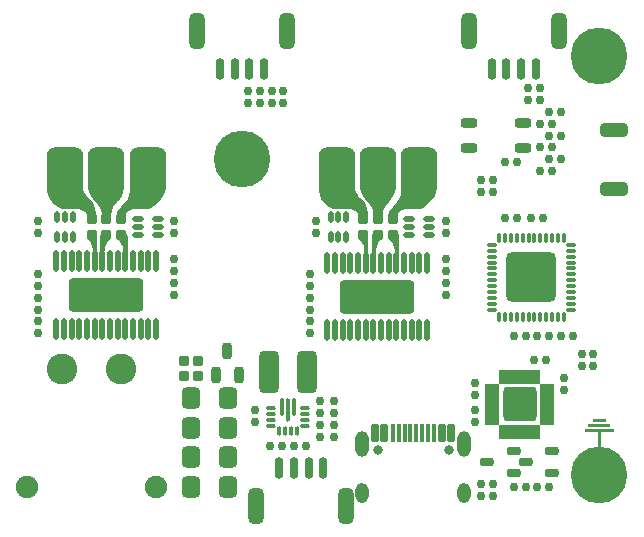
<source format=gts>
G04*
G04 #@! TF.GenerationSoftware,Altium Limited,Altium Designer,22.7.1 (60)*
G04*
G04 Layer_Color=8388736*
%FSLAX44Y44*%
%MOMM*%
G71*
G04*
G04 #@! TF.SameCoordinates,DE4C8CE6-A766-4DDB-9AE5-6163675FD0FB*
G04*
G04*
G04 #@! TF.FilePolarity,Negative*
G04*
G01*
G75*
G04:AMPARAMS|DCode=48|XSize=1.5866mm|YSize=1.8296mm|CornerRadius=0.422mm|HoleSize=0mm|Usage=FLASHONLY|Rotation=180.000|XOffset=0mm|YOffset=0mm|HoleType=Round|Shape=RoundedRectangle|*
%AMROUNDEDRECTD48*
21,1,1.5866,0.9855,0,0,180.0*
21,1,0.7425,1.8296,0,0,180.0*
1,1,0.8441,-0.3713,0.4927*
1,1,0.8441,0.3713,0.4927*
1,1,0.8441,0.3713,-0.4927*
1,1,0.8441,-0.3713,-0.4927*
%
%ADD48ROUNDEDRECTD48*%
G04:AMPARAMS|DCode=49|XSize=0.4445mm|YSize=1.8339mm|CornerRadius=0.1365mm|HoleSize=0mm|Usage=FLASHONLY|Rotation=180.000|XOffset=0mm|YOffset=0mm|HoleType=Round|Shape=RoundedRectangle|*
%AMROUNDEDRECTD49*
21,1,0.4445,1.5608,0,0,180.0*
21,1,0.1715,1.8339,0,0,180.0*
1,1,0.2731,-0.0857,0.7804*
1,1,0.2731,0.0857,0.7804*
1,1,0.2731,0.0857,-0.7804*
1,1,0.2731,-0.0857,-0.7804*
%
%ADD49ROUNDEDRECTD49*%
G04:AMPARAMS|DCode=50|XSize=6.3017mm|YSize=2.8524mm|CornerRadius=0.3259mm|HoleSize=0mm|Usage=FLASHONLY|Rotation=180.000|XOffset=0mm|YOffset=0mm|HoleType=Round|Shape=RoundedRectangle|*
%AMROUNDEDRECTD50*
21,1,6.3017,2.2007,0,0,180.0*
21,1,5.6500,2.8524,0,0,180.0*
1,1,0.6518,-2.8250,1.1003*
1,1,0.6518,2.8250,1.1003*
1,1,0.6518,2.8250,-1.1003*
1,1,0.6518,-2.8250,-1.1003*
%
%ADD50ROUNDEDRECTD50*%
G04:AMPARAMS|DCode=51|XSize=0.6604mm|YSize=0.6604mm|CornerRadius=0.2032mm|HoleSize=0mm|Usage=FLASHONLY|Rotation=90.000|XOffset=0mm|YOffset=0mm|HoleType=Round|Shape=RoundedRectangle|*
%AMROUNDEDRECTD51*
21,1,0.6604,0.2540,0,0,90.0*
21,1,0.2540,0.6604,0,0,90.0*
1,1,0.4064,0.1270,0.1270*
1,1,0.4064,0.1270,-0.1270*
1,1,0.4064,-0.1270,-0.1270*
1,1,0.4064,-0.1270,0.1270*
%
%ADD51ROUNDEDRECTD51*%
G04:AMPARAMS|DCode=52|XSize=0.6604mm|YSize=0.6604mm|CornerRadius=0.2032mm|HoleSize=0mm|Usage=FLASHONLY|Rotation=0.000|XOffset=0mm|YOffset=0mm|HoleType=Round|Shape=RoundedRectangle|*
%AMROUNDEDRECTD52*
21,1,0.6604,0.2540,0,0,0.0*
21,1,0.2540,0.6604,0,0,0.0*
1,1,0.4064,0.1270,-0.1270*
1,1,0.4064,-0.1270,-0.1270*
1,1,0.4064,-0.1270,0.1270*
1,1,0.4064,0.1270,0.1270*
%
%ADD52ROUNDEDRECTD52*%
G04:AMPARAMS|DCode=53|XSize=0.5588mm|YSize=1.2192mm|CornerRadius=0.2032mm|HoleSize=0mm|Usage=FLASHONLY|Rotation=90.000|XOffset=0mm|YOffset=0mm|HoleType=Round|Shape=RoundedRectangle|*
%AMROUNDEDRECTD53*
21,1,0.5588,0.8128,0,0,90.0*
21,1,0.1524,1.2192,0,0,90.0*
1,1,0.4064,0.4064,0.0762*
1,1,0.4064,0.4064,-0.0762*
1,1,0.4064,-0.4064,-0.0762*
1,1,0.4064,-0.4064,0.0762*
%
%ADD53ROUNDEDRECTD53*%
G04:AMPARAMS|DCode=54|XSize=0.5588mm|YSize=1.2192mm|CornerRadius=0.2032mm|HoleSize=0mm|Usage=FLASHONLY|Rotation=0.000|XOffset=0mm|YOffset=0mm|HoleType=Round|Shape=RoundedRectangle|*
%AMROUNDEDRECTD54*
21,1,0.5588,0.8128,0,0,0.0*
21,1,0.1524,1.2192,0,0,0.0*
1,1,0.4064,0.0762,-0.4064*
1,1,0.4064,-0.0762,-0.4064*
1,1,0.4064,-0.0762,0.4064*
1,1,0.4064,0.0762,0.4064*
%
%ADD54ROUNDEDRECTD54*%
G04:AMPARAMS|DCode=55|XSize=2.8524mm|YSize=2.9524mm|CornerRadius=0.4137mm|HoleSize=0mm|Usage=FLASHONLY|Rotation=180.000|XOffset=0mm|YOffset=0mm|HoleType=Round|Shape=RoundedRectangle|*
%AMROUNDEDRECTD55*
21,1,2.8524,2.1250,0,0,180.0*
21,1,2.0250,2.9524,0,0,180.0*
1,1,0.8274,-1.0125,1.0625*
1,1,0.8274,1.0125,1.0625*
1,1,0.8274,1.0125,-1.0625*
1,1,0.8274,-1.0125,-1.0625*
%
%ADD55ROUNDEDRECTD55*%
G04:AMPARAMS|DCode=56|XSize=0.4616mm|YSize=1.0016mm|CornerRadius=0.1408mm|HoleSize=0mm|Usage=FLASHONLY|Rotation=90.000|XOffset=0mm|YOffset=0mm|HoleType=Round|Shape=RoundedRectangle|*
%AMROUNDEDRECTD56*
21,1,0.4616,0.7200,0,0,90.0*
21,1,0.1800,1.0016,0,0,90.0*
1,1,0.2816,0.3600,0.0900*
1,1,0.2816,0.3600,-0.0900*
1,1,0.2816,-0.3600,-0.0900*
1,1,0.2816,-0.3600,0.0900*
%
%ADD56ROUNDEDRECTD56*%
G04:AMPARAMS|DCode=57|XSize=0.701mm|YSize=1.5519mm|CornerRadius=0.2007mm|HoleSize=0mm|Usage=FLASHONLY|Rotation=0.000|XOffset=0mm|YOffset=0mm|HoleType=Round|Shape=RoundedRectangle|*
%AMROUNDEDRECTD57*
21,1,0.7010,1.1506,0,0,0.0*
21,1,0.2997,1.5519,0,0,0.0*
1,1,0.4013,0.1499,-0.5753*
1,1,0.4013,-0.1499,-0.5753*
1,1,0.4013,-0.1499,0.5753*
1,1,0.4013,0.1499,0.5753*
%
%ADD57ROUNDEDRECTD57*%
G04:AMPARAMS|DCode=58|XSize=0.4013mm|YSize=1.5519mm|CornerRadius=0.1257mm|HoleSize=0mm|Usage=FLASHONLY|Rotation=0.000|XOffset=0mm|YOffset=0mm|HoleType=Round|Shape=RoundedRectangle|*
%AMROUNDEDRECTD58*
21,1,0.4013,1.3005,0,0,0.0*
21,1,0.1499,1.5519,0,0,0.0*
1,1,0.2515,0.0749,-0.6502*
1,1,0.2515,-0.0749,-0.6502*
1,1,0.2515,-0.0749,0.6502*
1,1,0.2515,0.0749,0.6502*
%
%ADD58ROUNDEDRECTD58*%
G04:AMPARAMS|DCode=59|XSize=0.8016mm|YSize=1.4016mm|CornerRadius=0.2258mm|HoleSize=0mm|Usage=FLASHONLY|Rotation=270.000|XOffset=0mm|YOffset=0mm|HoleType=Round|Shape=RoundedRectangle|*
%AMROUNDEDRECTD59*
21,1,0.8016,0.9500,0,0,270.0*
21,1,0.3500,1.4016,0,0,270.0*
1,1,0.4516,-0.4750,-0.1750*
1,1,0.4516,-0.4750,0.1750*
1,1,0.4516,0.4750,0.1750*
1,1,0.4516,0.4750,-0.1750*
%
%ADD59ROUNDEDRECTD59*%
G04:AMPARAMS|DCode=60|XSize=1.4016mm|YSize=3.1016mm|CornerRadius=0.5708mm|HoleSize=0mm|Usage=FLASHONLY|Rotation=0.000|XOffset=0mm|YOffset=0mm|HoleType=Round|Shape=RoundedRectangle|*
%AMROUNDEDRECTD60*
21,1,1.4016,1.9600,0,0,0.0*
21,1,0.2600,3.1016,0,0,0.0*
1,1,1.1416,0.1300,-0.9800*
1,1,1.1416,-0.1300,-0.9800*
1,1,1.1416,-0.1300,0.9800*
1,1,1.1416,0.1300,0.9800*
%
%ADD60ROUNDEDRECTD60*%
G04:AMPARAMS|DCode=61|XSize=0.7016mm|YSize=1.8016mm|CornerRadius=0.2908mm|HoleSize=0mm|Usage=FLASHONLY|Rotation=180.000|XOffset=0mm|YOffset=0mm|HoleType=Round|Shape=RoundedRectangle|*
%AMROUNDEDRECTD61*
21,1,0.7016,1.2200,0,0,180.0*
21,1,0.1200,1.8016,0,0,180.0*
1,1,0.5816,-0.0600,0.6100*
1,1,0.5816,0.0600,0.6100*
1,1,0.5816,0.0600,-0.6100*
1,1,0.5816,-0.0600,-0.6100*
%
%ADD61ROUNDEDRECTD61*%
G04:AMPARAMS|DCode=62|XSize=1.4016mm|YSize=0.8016mm|CornerRadius=0.2258mm|HoleSize=0mm|Usage=FLASHONLY|Rotation=270.000|XOffset=0mm|YOffset=0mm|HoleType=Round|Shape=RoundedRectangle|*
%AMROUNDEDRECTD62*
21,1,1.4016,0.3500,0,0,270.0*
21,1,0.9500,0.8016,0,0,270.0*
1,1,0.4516,-0.1750,-0.4750*
1,1,0.4516,-0.1750,0.4750*
1,1,0.4516,0.1750,0.4750*
1,1,0.4516,0.1750,-0.4750*
%
%ADD62ROUNDEDRECTD62*%
G04:AMPARAMS|DCode=63|XSize=0.9144mm|YSize=0.9144mm|CornerRadius=0.2667mm|HoleSize=0mm|Usage=FLASHONLY|Rotation=90.000|XOffset=0mm|YOffset=0mm|HoleType=Round|Shape=RoundedRectangle|*
%AMROUNDEDRECTD63*
21,1,0.9144,0.3810,0,0,90.0*
21,1,0.3810,0.9144,0,0,90.0*
1,1,0.5334,0.1905,0.1905*
1,1,0.5334,0.1905,-0.1905*
1,1,0.5334,-0.1905,-0.1905*
1,1,0.5334,-0.1905,0.1905*
%
%ADD63ROUNDEDRECTD63*%
G04:AMPARAMS|DCode=64|XSize=0.3516mm|YSize=0.8016mm|CornerRadius=0.1133mm|HoleSize=0mm|Usage=FLASHONLY|Rotation=90.000|XOffset=0mm|YOffset=0mm|HoleType=Round|Shape=RoundedRectangle|*
%AMROUNDEDRECTD64*
21,1,0.3516,0.5750,0,0,90.0*
21,1,0.1250,0.8016,0,0,90.0*
1,1,0.2266,0.2875,0.0625*
1,1,0.2266,0.2875,-0.0625*
1,1,0.2266,-0.2875,-0.0625*
1,1,0.2266,-0.2875,0.0625*
%
%ADD64ROUNDEDRECTD64*%
G04:AMPARAMS|DCode=65|XSize=0.3516mm|YSize=1.5516mm|CornerRadius=0.1133mm|HoleSize=0mm|Usage=FLASHONLY|Rotation=0.000|XOffset=0mm|YOffset=0mm|HoleType=Round|Shape=RoundedRectangle|*
%AMROUNDEDRECTD65*
21,1,0.3516,1.3250,0,0,0.0*
21,1,0.1250,1.5516,0,0,0.0*
1,1,0.2266,0.0625,-0.6625*
1,1,0.2266,-0.0625,-0.6625*
1,1,0.2266,-0.0625,0.6625*
1,1,0.2266,0.0625,0.6625*
%
%ADD65ROUNDEDRECTD65*%
G04:AMPARAMS|DCode=66|XSize=0.3516mm|YSize=1.9516mm|CornerRadius=0.1133mm|HoleSize=0mm|Usage=FLASHONLY|Rotation=0.000|XOffset=0mm|YOffset=0mm|HoleType=Round|Shape=RoundedRectangle|*
%AMROUNDEDRECTD66*
21,1,0.3516,1.7250,0,0,0.0*
21,1,0.1250,1.9516,0,0,0.0*
1,1,0.2266,0.0625,-0.8625*
1,1,0.2266,-0.0625,-0.8625*
1,1,0.2266,-0.0625,0.8625*
1,1,0.2266,0.0625,0.8625*
%
%ADD66ROUNDEDRECTD66*%
G04:AMPARAMS|DCode=67|XSize=0.3516mm|YSize=0.8016mm|CornerRadius=0.1133mm|HoleSize=0mm|Usage=FLASHONLY|Rotation=180.000|XOffset=0mm|YOffset=0mm|HoleType=Round|Shape=RoundedRectangle|*
%AMROUNDEDRECTD67*
21,1,0.3516,0.5750,0,0,180.0*
21,1,0.1250,0.8016,0,0,180.0*
1,1,0.2266,-0.0625,0.2875*
1,1,0.2266,0.0625,0.2875*
1,1,0.2266,0.0625,-0.2875*
1,1,0.2266,-0.0625,-0.2875*
%
%ADD67ROUNDEDRECTD67*%
G04:AMPARAMS|DCode=68|XSize=1.7016mm|YSize=3.6016mm|CornerRadius=0.4508mm|HoleSize=0mm|Usage=FLASHONLY|Rotation=0.000|XOffset=0mm|YOffset=0mm|HoleType=Round|Shape=RoundedRectangle|*
%AMROUNDEDRECTD68*
21,1,1.7016,2.7000,0,0,0.0*
21,1,0.8000,3.6016,0,0,0.0*
1,1,0.9016,0.4000,-1.3500*
1,1,0.9016,-0.4000,-1.3500*
1,1,0.9016,-0.4000,1.3500*
1,1,0.9016,0.4000,1.3500*
%
%ADD68ROUNDEDRECTD68*%
G04:AMPARAMS|DCode=69|XSize=0.7524mm|YSize=1.1524mm|CornerRadius=0.2262mm|HoleSize=0mm|Usage=FLASHONLY|Rotation=270.000|XOffset=0mm|YOffset=0mm|HoleType=Round|Shape=RoundedRectangle|*
%AMROUNDEDRECTD69*
21,1,0.7524,0.7000,0,0,270.0*
21,1,0.3000,1.1524,0,0,270.0*
1,1,0.4524,-0.3500,-0.1500*
1,1,0.4524,-0.3500,0.1500*
1,1,0.4524,0.3500,0.1500*
1,1,0.4524,0.3500,-0.1500*
%
%ADD69ROUNDEDRECTD69*%
G04:AMPARAMS|DCode=70|XSize=0.8274mm|YSize=0.4024mm|CornerRadius=0.1387mm|HoleSize=0mm|Usage=FLASHONLY|Rotation=270.000|XOffset=0mm|YOffset=0mm|HoleType=Round|Shape=RoundedRectangle|*
%AMROUNDEDRECTD70*
21,1,0.8274,0.1250,0,0,270.0*
21,1,0.5500,0.4024,0,0,270.0*
1,1,0.2774,-0.0625,-0.2750*
1,1,0.2774,-0.0625,0.2750*
1,1,0.2774,0.0625,0.2750*
1,1,0.2774,0.0625,-0.2750*
%
%ADD70ROUNDEDRECTD70*%
G04:AMPARAMS|DCode=71|XSize=0.4616mm|YSize=1.0016mm|CornerRadius=0.1408mm|HoleSize=0mm|Usage=FLASHONLY|Rotation=0.000|XOffset=0mm|YOffset=0mm|HoleType=Round|Shape=RoundedRectangle|*
%AMROUNDEDRECTD71*
21,1,0.4616,0.7200,0,0,0.0*
21,1,0.1800,1.0016,0,0,0.0*
1,1,0.2816,0.0900,-0.3600*
1,1,0.2816,-0.0900,-0.3600*
1,1,0.2816,-0.0900,0.3600*
1,1,0.2816,0.0900,0.3600*
%
%ADD71ROUNDEDRECTD71*%
G04:AMPARAMS|DCode=72|XSize=1.1176mm|YSize=2.3012mm|CornerRadius=0.2032mm|HoleSize=0mm|Usage=FLASHONLY|Rotation=90.000|XOffset=0mm|YOffset=0mm|HoleType=Round|Shape=RoundedRectangle|*
%AMROUNDEDRECTD72*
21,1,1.1176,1.8948,0,0,90.0*
21,1,0.7112,2.3012,0,0,90.0*
1,1,0.4064,0.9474,0.3556*
1,1,0.4064,0.9474,-0.3556*
1,1,0.4064,-0.9474,-0.3556*
1,1,0.4064,-0.9474,0.3556*
%
%ADD72ROUNDEDRECTD72*%
G04:AMPARAMS|DCode=73|XSize=3.1mm|YSize=4.1mm|CornerRadius=0.8mm|HoleSize=0mm|Usage=FLASHONLY|Rotation=180.000|XOffset=0mm|YOffset=0mm|HoleType=Round|Shape=RoundedRectangle|*
%AMROUNDEDRECTD73*
21,1,3.1000,2.5000,0,0,180.0*
21,1,1.5000,4.1000,0,0,180.0*
1,1,1.6000,-0.7500,1.2500*
1,1,1.6000,0.7500,1.2500*
1,1,1.6000,0.7500,-1.2500*
1,1,1.6000,-0.7500,-1.2500*
%
%ADD73ROUNDEDRECTD73*%
G04:AMPARAMS|DCode=74|XSize=4.2164mm|YSize=4.2164mm|CornerRadius=0.4826mm|HoleSize=0mm|Usage=FLASHONLY|Rotation=270.000|XOffset=0mm|YOffset=0mm|HoleType=Round|Shape=RoundedRectangle|*
%AMROUNDEDRECTD74*
21,1,4.2164,3.2512,0,0,270.0*
21,1,3.2512,4.2164,0,0,270.0*
1,1,0.9652,-1.6256,-1.6256*
1,1,0.9652,-1.6256,1.6256*
1,1,0.9652,1.6256,1.6256*
1,1,0.9652,1.6256,-1.6256*
%
%ADD74ROUNDEDRECTD74*%
G04:AMPARAMS|DCode=75|XSize=0.8274mm|YSize=0.4024mm|CornerRadius=0.1387mm|HoleSize=0mm|Usage=FLASHONLY|Rotation=0.000|XOffset=0mm|YOffset=0mm|HoleType=Round|Shape=RoundedRectangle|*
%AMROUNDEDRECTD75*
21,1,0.8274,0.1250,0,0,0.0*
21,1,0.5500,0.4024,0,0,0.0*
1,1,0.2774,0.2750,-0.0625*
1,1,0.2774,-0.2750,-0.0625*
1,1,0.2774,-0.2750,0.0625*
1,1,0.2774,0.2750,0.0625*
%
%ADD75ROUNDEDRECTD75*%
%ADD76C,4.8000*%
%ADD77C,0.8000*%
%ADD78O,1.1024X1.7018*%
%ADD79O,1.1024X2.2022*%
%ADD80C,1.9016*%
%ADD81C,2.6016*%
%ADD82C,0.8032*%
G36*
X104999Y272068D02*
X104999Y270387D01*
X104343Y267090D01*
X103056Y263984D01*
X101189Y261189D01*
X100000Y260000D01*
X100000D01*
X100000Y260000D01*
X99398Y259398D01*
X99122Y259094D01*
X98140Y258010D01*
X96062Y254900D01*
X94631Y251444D01*
X93901Y247776D01*
X93809Y245906D01*
X93809Y245906D01*
X93809Y245906D01*
Y242096D01*
X86189D01*
X86189Y248594D01*
X86129Y249828D01*
X85647Y252250D01*
X84702Y254531D01*
X83330Y256584D01*
X82500Y257500D01*
X82500Y257500D01*
X80301Y259699D01*
X79040Y260960D01*
X77059Y263925D01*
X75694Y267219D01*
X74999Y270717D01*
Y272500D01*
Y297500D01*
X104999D01*
X104999Y272068D01*
D02*
G37*
G36*
X140000Y272500D02*
Y270717D01*
X139304Y267218D01*
X137939Y263923D01*
X135958Y260958D01*
X134697Y259697D01*
Y259697D01*
X134697Y259697D01*
X130195Y255195D01*
X128218Y253874D01*
X126021Y252964D01*
X123689Y252500D01*
X112280D01*
X111789Y252476D01*
X110825Y252284D01*
X109917Y251908D01*
X109100Y251362D01*
X108736Y251032D01*
X108736Y251032D01*
X108218Y250514D01*
X107788Y250040D01*
X107079Y248978D01*
X106590Y247798D01*
X106341Y246545D01*
X106309Y245906D01*
Y242096D01*
X98689D01*
Y247162D01*
X99179Y249626D01*
X100141Y251948D01*
X101537Y254037D01*
X102425Y254925D01*
X102425Y254925D01*
X102425Y254925D01*
X105000Y257500D01*
X106125Y258741D01*
X107984Y261524D01*
X109265Y264615D01*
X109918Y267898D01*
X110000Y269571D01*
X110000Y269571D01*
X110000Y270744D01*
Y297500D01*
X140000D01*
Y272500D01*
D02*
G37*
G36*
X70000Y272500D02*
X70058Y271317D01*
X70520Y268996D01*
X71425Y266810D01*
X72707Y264891D01*
X72740Y264842D01*
X73536Y263964D01*
X73536Y263964D01*
X75000Y262500D01*
X76500Y261000D01*
X78858Y257472D01*
X80481Y253551D01*
X81309Y249390D01*
Y241908D01*
X81236Y241540D01*
X81092Y241193D01*
X80884Y240881D01*
X80751Y240749D01*
X80619Y240616D01*
X80307Y240408D01*
X79960Y240264D01*
X79592Y240191D01*
X75407D01*
X75295Y240213D01*
X74247Y240749D01*
X73689Y245906D01*
Y247129D01*
X73670Y247527D01*
X73514Y248308D01*
X73210Y249043D01*
X72768Y249705D01*
X72500Y250000D01*
X71879Y250562D01*
X70488Y251492D01*
X68942Y252132D01*
X67301Y252459D01*
X66465Y252500D01*
X55390D01*
X52092Y253156D01*
X48985Y254443D01*
X46189Y256311D01*
X45000Y257500D01*
X43811Y258689D01*
X41943Y261485D01*
X40656Y264592D01*
X40000Y267889D01*
Y269571D01*
Y297500D01*
X70000D01*
Y272500D01*
D02*
G37*
G36*
X106279Y233725D02*
X107108Y232484D01*
X107679Y231105D01*
X107971Y229641D01*
Y200847D01*
X104542D01*
Y216455D01*
X104472Y217875D01*
X103918Y220660D01*
X102831Y223283D01*
X101254Y225643D01*
X100300Y226696D01*
X99247Y227749D01*
X99114Y227881D01*
X98906Y228193D01*
X98762Y228540D01*
X98689Y228908D01*
Y232906D01*
X98815Y233044D01*
X99022Y233355D01*
X99165Y233700D01*
X99165Y233700D01*
X99238Y234066D01*
X99247Y234253D01*
X99247Y234253D01*
X105751D01*
X106279Y233725D01*
D02*
G37*
G36*
X93384Y234120D02*
X93592Y233808D01*
X93736Y233461D01*
X93809Y233093D01*
Y232906D01*
Y229096D01*
Y228908D01*
X93736Y228540D01*
X93592Y228193D01*
X93384Y227881D01*
X93251Y227749D01*
X93063Y227561D01*
X93063Y227561D01*
X92028Y226419D01*
X90318Y223859D01*
X89140Y221014D01*
X88539Y217995D01*
X88463Y216455D01*
Y200847D01*
X85034D01*
Y230118D01*
Y230694D01*
X85259Y231823D01*
X85700Y232888D01*
X86340Y233846D01*
X86747Y234253D01*
X93251D01*
X93384Y234120D01*
D02*
G37*
G36*
X79960Y234738D02*
X80307Y234594D01*
X80618Y234386D01*
X80751Y234253D01*
X81039Y233965D01*
X81491Y233289D01*
X81802Y232537D01*
X81961Y231739D01*
Y231332D01*
Y200847D01*
X78532D01*
Y217404D01*
X78461Y218838D01*
X77902Y221651D01*
X76804Y224300D01*
X75211Y226685D01*
X74247Y227749D01*
X74247Y234253D01*
X74247D01*
X74380Y234386D01*
X74692Y234594D01*
X75038Y234738D01*
X75406Y234811D01*
X79592D01*
X79960Y234738D01*
D02*
G37*
G36*
X334999Y272068D02*
X334999Y270387D01*
X334343Y267090D01*
X333056Y263984D01*
X331189Y261189D01*
X330000Y260000D01*
X330000D01*
X330000Y260000D01*
X329398Y259398D01*
X329122Y259094D01*
X328140Y258010D01*
X326062Y254900D01*
X324631Y251444D01*
X323901Y247776D01*
X323809Y245906D01*
X323809Y245906D01*
X323809Y245906D01*
Y242096D01*
X316189D01*
X316189Y248594D01*
X316129Y249828D01*
X315647Y252250D01*
X314702Y254531D01*
X313330Y256584D01*
X312500Y257500D01*
X312500Y257500D01*
X310301Y259699D01*
X309040Y260960D01*
X307059Y263925D01*
X305694Y267219D01*
X304999Y270717D01*
Y272500D01*
Y297500D01*
X334999D01*
X334999Y272068D01*
D02*
G37*
G36*
X370000Y272500D02*
Y270717D01*
X369304Y267218D01*
X367939Y263923D01*
X365958Y260958D01*
X364697Y259697D01*
Y259697D01*
X364697Y259697D01*
X360195Y255195D01*
X358218Y253874D01*
X356021Y252964D01*
X353689Y252500D01*
X342280D01*
X341788Y252476D01*
X340825Y252284D01*
X339917Y251908D01*
X339100Y251362D01*
X338736Y251032D01*
X338736Y251032D01*
X338218Y250514D01*
X337789Y250040D01*
X337079Y248978D01*
X336590Y247798D01*
X336341Y246545D01*
X336309Y245906D01*
Y242096D01*
X328689D01*
Y247162D01*
X329179Y249626D01*
X330141Y251948D01*
X331537Y254037D01*
X332425Y254925D01*
X332425Y254925D01*
X332425Y254925D01*
X335000Y257500D01*
X336125Y258741D01*
X337984Y261524D01*
X339265Y264615D01*
X339918Y267898D01*
X340000Y269571D01*
X340000Y269571D01*
X340000Y270744D01*
Y297500D01*
X370000D01*
Y272500D01*
D02*
G37*
G36*
X300000Y272500D02*
X300058Y271317D01*
X300520Y268996D01*
X301425Y266810D01*
X302707Y264891D01*
X302740Y264842D01*
X303536Y263964D01*
X303536Y263964D01*
X305000Y262500D01*
X306500Y261000D01*
X308858Y257472D01*
X310481Y253551D01*
X311309Y249390D01*
Y241908D01*
X311236Y241540D01*
X311092Y241193D01*
X310884Y240881D01*
X310751Y240749D01*
X310619Y240616D01*
X310307Y240408D01*
X309960Y240264D01*
X309592Y240191D01*
X305407D01*
X305295Y240213D01*
X304247Y240749D01*
X303689Y245906D01*
Y247129D01*
X303670Y247527D01*
X303514Y248308D01*
X303210Y249043D01*
X302768Y249705D01*
X302500Y250000D01*
X301879Y250562D01*
X300488Y251492D01*
X298942Y252132D01*
X297301Y252459D01*
X296465Y252500D01*
X285390D01*
X282092Y253156D01*
X278985Y254443D01*
X276189Y256311D01*
X275000Y257500D01*
X273811Y258689D01*
X271943Y261485D01*
X270656Y264592D01*
X270000Y267889D01*
Y269571D01*
Y297500D01*
X300000D01*
Y272500D01*
D02*
G37*
G36*
X336281Y233724D02*
X337110Y232482D01*
X337681Y231103D01*
X337972Y229640D01*
Y200845D01*
X334543D01*
Y216454D01*
X334473Y217873D01*
X333919Y220658D01*
X332833Y223281D01*
X331256Y225642D01*
X330301Y226695D01*
X329249Y227747D01*
X329116Y227880D01*
X328908Y228192D01*
X328764Y228538D01*
X328691Y228906D01*
Y232904D01*
X328816Y233043D01*
X329024Y233353D01*
X329167Y233698D01*
X329167Y233699D01*
X329240Y234064D01*
X329249Y234251D01*
X329249Y234251D01*
X335753D01*
X336281Y233724D01*
D02*
G37*
G36*
X323386Y234118D02*
X323594Y233806D01*
X323738Y233460D01*
X323811Y233092D01*
Y232904D01*
Y229094D01*
Y228906D01*
X323738Y228538D01*
X323594Y228192D01*
X323386Y227880D01*
X323253Y227747D01*
X323065Y227559D01*
X323065Y227559D01*
X322030Y226417D01*
X320319Y223857D01*
X319141Y221013D01*
X318541Y217993D01*
X318465Y216454D01*
Y200845D01*
X315036D01*
Y230116D01*
Y230692D01*
X315261Y231822D01*
X315702Y232886D01*
X316341Y233844D01*
X316749Y234251D01*
X323253D01*
X323386Y234118D01*
D02*
G37*
G36*
X309961Y234736D02*
X310308Y234592D01*
X310620Y234384D01*
X310753Y234251D01*
X311040Y233964D01*
X311493Y233287D01*
X311804Y232535D01*
X311963Y231737D01*
Y231331D01*
Y200845D01*
X308533D01*
Y217403D01*
X308463Y218837D01*
X307904Y221649D01*
X306806Y224299D01*
X305213Y226683D01*
X304249Y227747D01*
X304249Y234251D01*
X304249D01*
X304381Y234384D01*
X304693Y234592D01*
X305040Y234736D01*
X305408Y234809D01*
X309593D01*
X309961Y234736D01*
D02*
G37*
G36*
X512708Y72569D02*
X502292D01*
Y75000D01*
X512708D01*
Y72569D01*
D02*
G37*
G36*
X516805Y68125D02*
X498195D01*
Y70556D01*
X516805D01*
Y68125D01*
D02*
G37*
G36*
X520000Y63820D02*
X508715D01*
Y49410D01*
X506285D01*
Y63820D01*
X495000D01*
Y66250D01*
X520000D01*
Y63820D01*
D02*
G37*
D48*
X161574Y17500D02*
D03*
X193426D02*
D03*
Y67500D02*
D03*
X161574D02*
D03*
Y42500D02*
D03*
X193426D02*
D03*
Y92500D02*
D03*
X161574D02*
D03*
D49*
X361502Y207302D02*
D03*
X355000D02*
D03*
X348523Y207302D02*
D03*
X342021Y207302D02*
D03*
X335518D02*
D03*
X329016Y207302D02*
D03*
X322513Y207302D02*
D03*
X316011D02*
D03*
X309509Y207302D02*
D03*
X303006Y207302D02*
D03*
X296504D02*
D03*
X290001Y207302D02*
D03*
X283499Y207302D02*
D03*
X277022D02*
D03*
X361502Y150000D02*
D03*
X355000D02*
D03*
X348523Y150000D02*
D03*
X342021Y150000D02*
D03*
X335518D02*
D03*
X329016Y150000D02*
D03*
X322513Y150000D02*
D03*
X316011D02*
D03*
X309509Y150000D02*
D03*
X303006Y150000D02*
D03*
X296504D02*
D03*
X290001Y150000D02*
D03*
X283499Y150000D02*
D03*
X277022D02*
D03*
X47760Y151349D02*
D03*
X54237D02*
D03*
X60739Y151349D02*
D03*
X67242Y151349D02*
D03*
X73744D02*
D03*
X80246Y151349D02*
D03*
X86749Y151349D02*
D03*
X93251D02*
D03*
X99754Y151349D02*
D03*
X106256Y151349D02*
D03*
X112758D02*
D03*
X119261Y151349D02*
D03*
X125738Y151349D02*
D03*
X132240D02*
D03*
X47760Y208651D02*
D03*
X54237D02*
D03*
X60739Y208651D02*
D03*
X67242Y208651D02*
D03*
X73744D02*
D03*
X80246Y208651D02*
D03*
X86749Y208651D02*
D03*
X93251D02*
D03*
X99754Y208651D02*
D03*
X106256Y208651D02*
D03*
X112758D02*
D03*
X119261Y208651D02*
D03*
X125738Y208651D02*
D03*
X132240D02*
D03*
D50*
X319262Y178651D02*
D03*
X90000Y180000D02*
D03*
D51*
X427420Y292500D02*
D03*
X437580D02*
D03*
X238830Y52378D02*
D03*
X228670D02*
D03*
X258830D02*
D03*
X248670D02*
D03*
X462580Y125000D02*
D03*
X452420D02*
D03*
X437580Y245000D02*
D03*
X427420D02*
D03*
X465080Y17500D02*
D03*
X454920D02*
D03*
X434920D02*
D03*
X445080D02*
D03*
X467580Y305000D02*
D03*
X457420D02*
D03*
X464920Y315000D02*
D03*
X475080D02*
D03*
X460080Y245000D02*
D03*
X457580Y355000D02*
D03*
X457420Y285000D02*
D03*
X457580Y345000D02*
D03*
X457420Y325000D02*
D03*
X434920Y145000D02*
D03*
X467580Y325000D02*
D03*
X475080Y335000D02*
D03*
X464920D02*
D03*
X467580Y285000D02*
D03*
X445080Y145000D02*
D03*
X475080Y295000D02*
D03*
X464920D02*
D03*
X485080Y145000D02*
D03*
X474920D02*
D03*
X447420Y345000D02*
D03*
Y355000D02*
D03*
X454920Y145000D02*
D03*
X465080D02*
D03*
X449920Y245000D02*
D03*
D52*
X407500Y277580D02*
D03*
Y267420D02*
D03*
X417500Y277580D02*
D03*
Y267420D02*
D03*
X230000Y352580D02*
D03*
Y342420D02*
D03*
X240000Y352580D02*
D03*
Y342420D02*
D03*
X492500Y130080D02*
D03*
Y119920D02*
D03*
X502500D02*
D03*
Y130080D02*
D03*
X417638Y19583D02*
D03*
Y9423D02*
D03*
X406899Y19618D02*
D03*
Y9458D02*
D03*
X216250Y72298D02*
D03*
Y82458D02*
D03*
X271250Y79798D02*
D03*
Y89958D02*
D03*
X282500Y79960D02*
D03*
Y90120D02*
D03*
Y59960D02*
D03*
Y70120D02*
D03*
X271250Y59798D02*
D03*
Y69957D02*
D03*
X477500Y110080D02*
D03*
Y99920D02*
D03*
X32500Y242580D02*
D03*
X147500D02*
D03*
X267500D02*
D03*
X377500D02*
D03*
X220000Y342420D02*
D03*
X210000Y342420D02*
D03*
X32500Y167420D02*
D03*
Y177580D02*
D03*
Y197580D02*
D03*
Y187420D02*
D03*
X262500Y167420D02*
D03*
Y177580D02*
D03*
Y197580D02*
D03*
Y187420D02*
D03*
Y157580D02*
D03*
Y147420D02*
D03*
X267500Y232420D02*
D03*
X32500Y157580D02*
D03*
Y147420D02*
D03*
X147500Y179920D02*
D03*
Y190080D02*
D03*
X377500Y179920D02*
D03*
Y190080D02*
D03*
X147500Y210080D02*
D03*
Y199920D02*
D03*
X32500Y232420D02*
D03*
X147500D02*
D03*
X402500Y82580D02*
D03*
Y72420D02*
D03*
X220000Y352580D02*
D03*
X402500Y105080D02*
D03*
Y94920D02*
D03*
X377500Y232420D02*
D03*
Y210080D02*
D03*
Y199920D02*
D03*
X210000Y352580D02*
D03*
D53*
X463241Y72500D02*
D03*
Y77500D02*
D03*
X463241Y82500D02*
D03*
Y87500D02*
D03*
Y92500D02*
D03*
X463241Y97500D02*
D03*
Y102500D02*
D03*
X416759Y102500D02*
D03*
Y97500D02*
D03*
X416759Y92500D02*
D03*
Y87500D02*
D03*
Y82500D02*
D03*
X416759Y77500D02*
D03*
Y72500D02*
D03*
D54*
X455000Y110741D02*
D03*
X450000D02*
D03*
X445000D02*
D03*
X440000D02*
D03*
X435000D02*
D03*
X430000D02*
D03*
X425000D02*
D03*
Y64259D02*
D03*
X430000D02*
D03*
X435000D02*
D03*
X440000D02*
D03*
X445000D02*
D03*
X450000D02*
D03*
X455000D02*
D03*
D55*
X440000Y87500D02*
D03*
D56*
X363400Y231000D02*
D03*
Y237500D02*
D03*
X346600Y244000D02*
D03*
Y237500D02*
D03*
Y231000D02*
D03*
X363400Y244000D02*
D03*
X133400Y244000D02*
D03*
X116600Y231000D02*
D03*
Y237500D02*
D03*
Y244000D02*
D03*
X133400Y237500D02*
D03*
Y231000D02*
D03*
D57*
X382207Y62976D02*
D03*
X374511Y62976D02*
D03*
X325489D02*
D03*
X317742D02*
D03*
D58*
X367501Y62976D02*
D03*
X362497D02*
D03*
X357493D02*
D03*
X352489D02*
D03*
X347511D02*
D03*
X342507D02*
D03*
X337503D02*
D03*
X332499D02*
D03*
D59*
X442500Y304249D02*
D03*
X397500D02*
D03*
X442500Y325751D02*
D03*
X397500D02*
D03*
D60*
X216749Y1500D02*
D03*
X293251D02*
D03*
X396749Y403499D02*
D03*
X473251D02*
D03*
X166749D02*
D03*
X243251D02*
D03*
D61*
X273744Y33500D02*
D03*
X261247D02*
D03*
X248750D02*
D03*
X236254D02*
D03*
X198753Y371501D02*
D03*
X428753D02*
D03*
X453746D02*
D03*
X441250D02*
D03*
X416256D02*
D03*
X223746D02*
D03*
X211250D02*
D03*
X186256D02*
D03*
D62*
X183000Y112500D02*
D03*
X202000D02*
D03*
X192500Y132500D02*
D03*
D63*
X167501Y123999D02*
D03*
Y110999D02*
D03*
X155501Y123999D02*
D03*
X155501Y110999D02*
D03*
X89999Y231001D02*
D03*
Y244001D02*
D03*
X319999Y231001D02*
D03*
Y244001D02*
D03*
X77499D02*
D03*
X77499Y231001D02*
D03*
X332499Y244001D02*
D03*
Y231001D02*
D03*
X102499Y244001D02*
D03*
Y231001D02*
D03*
X307499Y244001D02*
D03*
Y231001D02*
D03*
D64*
X229250Y69219D02*
D03*
Y74220D02*
D03*
Y79217D02*
D03*
Y84218D02*
D03*
X258250D02*
D03*
Y79217D02*
D03*
Y74215D02*
D03*
Y69217D02*
D03*
D65*
X238749Y85041D02*
D03*
X248749D02*
D03*
D66*
X243750Y83041D02*
D03*
D67*
X251251Y64714D02*
D03*
X246249D02*
D03*
X241248Y64714D02*
D03*
X236249Y64714D02*
D03*
D68*
X259750Y114878D02*
D03*
X227751D02*
D03*
D69*
X445255Y38500D02*
D03*
X467715Y29000D02*
D03*
X467715Y48000D02*
D03*
X435215Y48000D02*
D03*
X435215Y29000D02*
D03*
X412755Y38500D02*
D03*
D70*
X472500Y161375D02*
D03*
X477500Y228625D02*
D03*
X472500D02*
D03*
X467500D02*
D03*
X462500D02*
D03*
X457500D02*
D03*
X452500Y228625D02*
D03*
X447500D02*
D03*
X442500Y228625D02*
D03*
X437500D02*
D03*
X432500D02*
D03*
X427500D02*
D03*
X422500D02*
D03*
Y161375D02*
D03*
X427500D02*
D03*
X432500D02*
D03*
X437500D02*
D03*
X442500D02*
D03*
X447500Y161375D02*
D03*
X452500D02*
D03*
X457500Y161375D02*
D03*
X462500D02*
D03*
X467500D02*
D03*
X477500D02*
D03*
D71*
X61500Y229100D02*
D03*
X293100D02*
D03*
X48500Y245900D02*
D03*
X55000Y245900D02*
D03*
X61500Y245900D02*
D03*
X55000Y229100D02*
D03*
X48500D02*
D03*
X280100Y245900D02*
D03*
X286600D02*
D03*
X293100D02*
D03*
X286600Y229100D02*
D03*
X280100D02*
D03*
D72*
X520000Y270000D02*
D03*
Y320000D02*
D03*
D73*
X285000Y285000D02*
D03*
X355000D02*
D03*
X319999D02*
D03*
X55000D02*
D03*
X125000D02*
D03*
X89999D02*
D03*
D74*
X450000Y195000D02*
D03*
D75*
X416375Y222500D02*
D03*
Y217500D02*
D03*
Y212500D02*
D03*
Y207500D02*
D03*
Y202500D02*
D03*
X416375Y197500D02*
D03*
Y192500D02*
D03*
X416375Y187500D02*
D03*
Y182500D02*
D03*
Y177500D02*
D03*
Y172500D02*
D03*
Y167500D02*
D03*
X483625D02*
D03*
Y172500D02*
D03*
Y177500D02*
D03*
Y182500D02*
D03*
Y187500D02*
D03*
X483625Y192500D02*
D03*
Y197500D02*
D03*
X483625Y202500D02*
D03*
Y207500D02*
D03*
Y212500D02*
D03*
Y217500D02*
D03*
Y222500D02*
D03*
D76*
X205000Y295000D02*
D03*
X507500Y27500D02*
D03*
Y382500D02*
D03*
D77*
X320210Y48520D02*
D03*
X379790D02*
D03*
D78*
X393205Y12024D02*
D03*
X306795D02*
D03*
D79*
X393205Y53832D02*
D03*
X306795D02*
D03*
D80*
X22499Y17500D02*
D03*
X132499Y17500D02*
D03*
D81*
X102499Y117500D02*
D03*
X52499D02*
D03*
D82*
X334248Y183655D02*
D03*
Y173647D02*
D03*
X324266Y183655D02*
D03*
Y173647D02*
D03*
X314258Y183655D02*
D03*
Y173647D02*
D03*
X304251Y183655D02*
D03*
Y173647D02*
D03*
X74989Y174996D02*
D03*
Y185004D02*
D03*
X84996Y174996D02*
D03*
Y185004D02*
D03*
X95004Y174996D02*
D03*
Y185004D02*
D03*
X104986Y174996D02*
D03*
Y185004D02*
D03*
M02*

</source>
